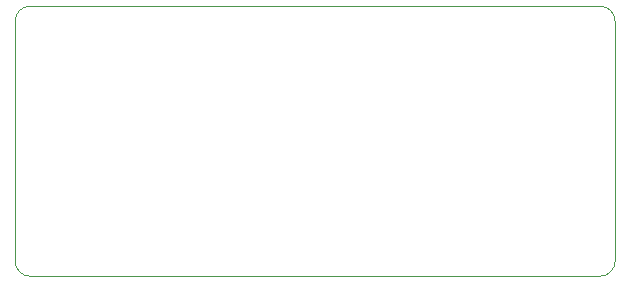
<source format=gko>
G04 Layer_Color=16711935*
%FSLAX24Y24*%
%MOIN*%
G70*
G01*
G75*
%ADD97C,0.0005*%
D97*
X500Y4500D02*
G03*
X0Y4000I0J-500D01*
G01*
X20000D02*
G03*
X19500Y4500I-500J0D01*
G01*
Y-4500D02*
G03*
X20000Y-4000I0J500D01*
G01*
X0D02*
G03*
X500Y-4500I500J0D01*
G01*
X0Y-4000D02*
Y4000D01*
X500Y4500D02*
X19500D01*
X20000Y-4000D02*
Y4000D01*
X500Y-4500D02*
X19500D01*
M02*

</source>
